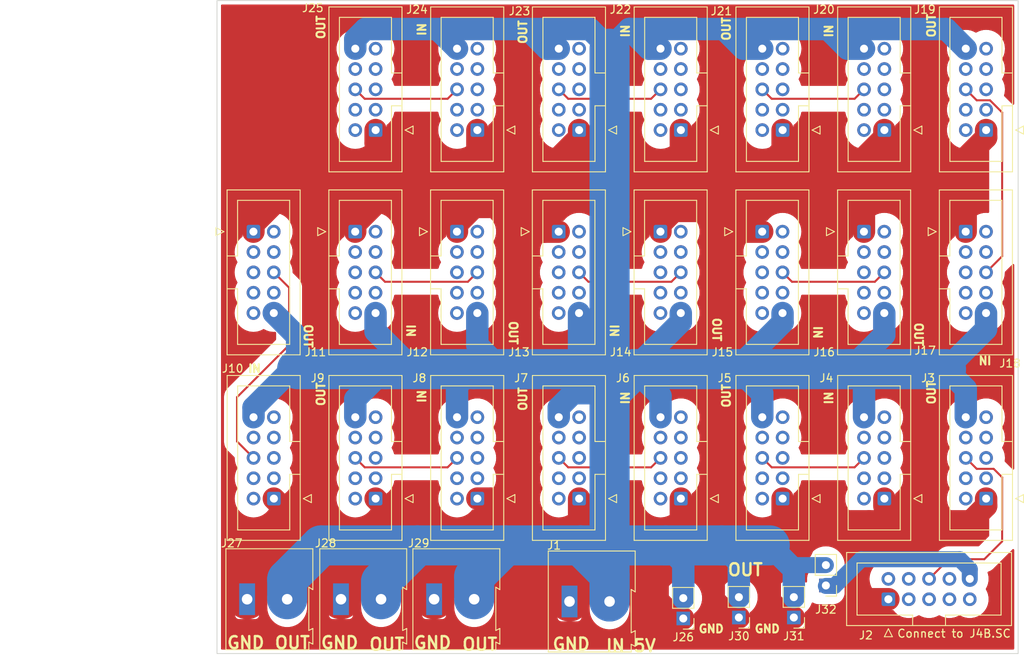
<source format=kicad_pcb>
(kicad_pcb (version 20221018) (generator pcbnew)
  (layers (0 "F.Cu" signal) (31 "B.Cu" signal) (34 "B.Paste" user) (35 "F.Paste" user) (36 "B.SilkS" user "B.Silkscreen") (37 "F.SilkS" user "F.Silkscreen") (38 "B.Mask" user) (39 "F.Mask" user) (44 "Edge.Cuts" user))
  (net 0 "")
  (net 1 "GNDA")
  (net 6 "Net-(J2-Pad6)")
  (net 17 "+5VD")
  (net 22 "Net-(J4-Pad6)")
  (net 37 "Net-(J6-Pad6)")
  (net 52 "Net-(J8-Pad6)")
  (net 67 "Net-(J10-Pad6)")
  (net 82 "Net-(J12-Pad6)")
  (net 97 "Net-(J14-Pad6)")
  (net 112 "Net-(J16-Pad6)")
  (net 127 "Net-(J18-Pad6)")
  (net 142 "Net-(J20-Pad6)")
  (net 157 "Net-(J22-Pad6)")
  (net 172 "Net-(J24-Pad6)")
  (net 183 "+5VA")
  (footprint "Connector_IDC:IDC-Header_2x05_P2.54mm_Vertical" (layer "F.Cu") (at 167.9 102.16 180)
    (fp_text reference "J6")
    (fp_text value "IDC-Header_2x05_P2.54mm_Vertical" hide)
  )
  (footprint "TerminalBlock:TerminalBlock_Altech_AK300-2_P5.00mm" (layer "F.Cu") (at 137.0996 114.72)
    (fp_text reference "J29")
    (fp_text value "Input" hide)
  )
  (footprint "Connector_IDC:IDC-Header_2x05_P2.54mm_Vertical" (layer "F.Cu") (at 193.3 102.16 180)
    (fp_text reference "J4")
    (fp_text value "IDC-Header_2x05_P2.54mm_Vertical" hide)
  )
  (footprint "Connector_IDC:IDC-Header_2x05_P2.54mm_Vertical" (layer "F.Cu") (at 203.45 68.84)
    (fp_text reference "J18")
    (fp_text value "IDC-Header_2x05_P2.54mm_Vertical" hide)
  )
  (footprint "Connector_IDC:IDC-Header_2x05_P2.54mm_Vertical" (layer "F.Cu") (at 155.2 102.16 180)
    (fp_text reference "J7")
    (fp_text value "IDC-Header_2x05_P2.54mm_Vertical" hide)
  )
  (footprint "Connector_PinHeader_2.54mm:PinHeader_1x02_P2.54mm_Vertical" (layer "F.Cu") (at 175.14 117 180)
    (fp_text reference "J30")
    (fp_text value "Input" hide)
  )
  (footprint "Connector_IDC:IDC-Header_2x05_P2.54mm_Vertical" (layer "F.Cu") (at 139.95 68.84)
    (fp_text reference "J13")
    (fp_text value "IDC-Header_2x05_P2.54mm_Vertical" hide)
  )
  (footprint "TerminalBlock:TerminalBlock_Altech_AK300-2_P5.00mm" (layer "F.Cu") (at 154 115)
    (fp_text reference "J1")
    (fp_text value "Input" hide)
  )
  (footprint "Connector_IDC:IDC-Header_2x05_P2.54mm_Vertical" (layer "F.Cu") (at 152.65 68.84)
    (fp_text reference "J14")
    (fp_text value "IDC-Header_2x05_P2.54mm_Vertical" hide)
  )
  (footprint "Connector_IDC:IDC-Header_2x05_P2.54mm_Vertical" (layer "F.Cu") (at 206 102.16 180)
    (fp_text reference "J3")
    (fp_text value "IDC-Header_2x05_P2.54mm_Vertical" hide)
  )
  (footprint "TerminalBlock:TerminalBlock_Altech_AK300-2_P5.00mm" (layer "F.Cu") (at 113.76 114.72)
    (fp_text reference "J27")
    (fp_text value "Output" hide)
  )
  (footprint "Connector_IDC:IDC-Header_2x05_P2.54mm_Vertical" (layer "F.Cu") (at 129.8 102.16 180)
    (fp_text reference "J9")
    (fp_text value "IDC-Header_2x05_P2.54mm_Vertical" hide)
  )
  (footprint "Connector_PinHeader_2.54mm:PinHeader_1x02_P2.54mm_Vertical" (layer "F.Cu") (at 168.2 117.12 180)
    (fp_text reference "J26")
    (fp_text value "Input" hide)
  )
  (footprint "Connector_IDC:IDC-Header_2x05_P2.54mm_Vertical" (layer "F.Cu") (at 190.75 68.84)
    (fp_text reference "J17")
    (fp_text value "IDC-Header_2x05_P2.54mm_Vertical" hide)
  )
  (footprint "Connector_IDC:IDC-Header_2x05_P2.54mm_Vertical" (layer "F.Cu") (at 193.8 114.72 90)
    (fp_text reference "J2")
    (fp_text value "IDC-Header_2x05_P2.54mm_Vertical" hide)
  )
  (footprint "Connector_IDC:IDC-Header_2x05_P2.54mm_Vertical" (layer "F.Cu") (at 117.1 102.16 180)
    (fp_text reference "J10")
    (fp_text value "IDC-Header_2x05_P2.54mm_Vertical" hide)
  )
  (footprint "Connector_IDC:IDC-Header_2x05_P2.54mm_Vertical" (layer "F.Cu") (at 167.9 56.16 180)
    (fp_text reference "J22")
    (fp_text value "IDC-Header_2x05_P2.54mm_Vertical" hide)
  )
  (footprint "Connector_IDC:IDC-Header_2x05_P2.54mm_Vertical" (layer "F.Cu") (at 193.3 56.16 180)
    (fp_text reference "J20")
    (fp_text value "IDC-Header_2x05_P2.54mm_Vertical" hide)
  )
  (footprint "TerminalBlock:TerminalBlock_Altech_AK300-2_P5.00mm" (layer "F.Cu") (at 125.4766 114.719999)
    (fp_text reference "J28")
    (fp_text value "Input" hide)
  )
  (footprint "Connector_IDC:IDC-Header_2x05_P2.54mm_Vertical" (layer "F.Cu") (at 129.8 56.16 180)
    (fp_text reference "J25")
    (fp_text value "IDC-Header_2x05_P2.54mm_Vertical" hide)
  )
  (footprint "Connector_IDC:IDC-Header_2x05_P2.54mm_Vertical" (layer "F.Cu") (at 180.6 102.16 180)
    (fp_text reference "J5")
    (fp_text value "IDC-Header_2x05_P2.54mm_Vertical" hide)
  )
  (footprint "Connector_IDC:IDC-Header_2x05_P2.54mm_Vertical" (layer "F.Cu") (at 206 56.16 180)
    (fp_text reference "J19")
    (fp_text value "IDC-Header_2x05_P2.54mm_Vertical" hide)
  )
  (footprint "Connector_IDC:IDC-Header_2x05_P2.54mm_Vertical" (layer "F.Cu") (at 180.6 56.16 180)
    (fp_text reference "J21")
    (fp_text value "IDC-Header_2x05_P2.54mm_Vertical" hide)
  )
  (footprint "Connector_IDC:IDC-Header_2x05_P2.54mm_Vertical" (layer "F.Cu") (at 155.2 56.16 180)
    (fp_text reference "J23")
    (fp_text value "IDC-Header_2x05_P2.54mm_Vertical" hide)
  )
  (footprint "Connector_IDC:IDC-Header_2x05_P2.54mm_Vertical" (layer "F.Cu") (at 165.35 68.84)
    (fp_text reference "J15")
    (fp_text value "IDC-Header_2x05_P2.54mm_Vertical" hide)
  )
  (footprint "Connector_IDC:IDC-Header_2x05_P2.54mm_Vertical" (layer "F.Cu") (at 142.5 102.16 180)
    (fp_text reference "J8")
    (fp_text value "IDC-Header_2x05_P2.54mm_Vertical" hide)
  )
  (footprint "Connector_IDC:IDC-Header_2x05_P2.54mm_Vertical" (layer "F.Cu") (at 114.55 68.84)
    (fp_text reference "J11")
    (fp_text value "IDC-Header_2x05_P2.54mm_Vertical" hide)
  )
  (footprint "Connector_PinHeader_2.54mm:PinHeader_1x02_P2.54mm_Vertical" (layer "F.Cu") (at 186 113 180)
    (fp_text reference "J32")
    (fp_text value "Disconect")
  )
  (footprint "Connector_IDC:IDC-Header_2x05_P2.54mm_Vertical" (layer "F.Cu") (at 142.5 56.16 180)
    (fp_text reference "J24")
    (fp_text value "IDC-Header_2x05_P2.54mm_Vertical" hide)
  )
  (footprint "Connector_IDC:IDC-Header_2x05_P2.54mm_Vertical" (layer "F.Cu") (at 178.05 68.84)
    (fp_text reference "J16")
    (fp_text value "IDC-Header_2x05_P2.54mm_Vertical" hide)
  )
  (footprint "Connector_IDC:IDC-Header_2x05_P2.54mm_Vertical" (layer "F.Cu") (at 127.25 68.84)
    (fp_text reference "J12")
    (fp_text value "IDC-Header_2x05_P2.54mm_Vertical" hide)
  )
  (footprint "Connector_PinHeader_2.54mm:PinHeader_1x02_P2.54mm_Vertical" (layer "F.Cu") (at 182 117 180)
    (fp_text reference "J31")
    (fp_text value "Input" hide)
  )
  (gr_poly (pts (xy 110 40) (xy 210 40) (xy 210 121.5) (xy 110 121.5)) (stroke (width 0.1)) (fill none) (layer "Edge.Cuts"))
  (gr_text "OUT" (at 148.76 91.32 90) (layer "F.SilkS") (effects (font (size 1 1) (thickness 0.25) bold) (justify left bottom)))
  (gr_text "IN" (at 161.56 44.72 90) (layer "F.SilkS") (effects (font (size 1 1) (thickness 0.25) bold) (justify left bottom)))
  (gr_text "IN" (at 186.96 90.52 90) (layer "F.SilkS") (effects (font (size 1 1) (thickness 0.25) bold) (justify left bottom)))
  (gr_text "OUT" (at 117.06 121.02) (layer "F.SilkS") (effects (font (size 1.5 1.5) (thickness 0.3) bold) (justify left bottom)))
  (gr_text "OUT" (at 196.99 80.08 -90) (layer "F.SilkS") (effects (font (size 1 1) (thickness 0.25) bold) (justify left bottom)))
  (gr_text "OUT" (at 148.76 45.52 90) (layer "F.SilkS") (effects (font (size 1 1) (thickness 0.25) bold) (justify left bottom)))
  (gr_text "GND" (at 111.11 121.02) (layer "F.SilkS") (effects (font (size 1.5 1.5) (thickness 0.3) bold) (justify left bottom)))
  (gr_text "GND" (at 134.4266 121.019999) (layer "F.SilkS") (effects (font (size 1.5 1.5) (thickness 0.3) bold) (justify left bottom)))
  (gr_text "IN" (at 186.96 44.72 90) (layer "F.SilkS") (effects (font (size 1 1) (thickness 0.25) bold) (justify left bottom)))
  (gr_text "GND" (at 170 119) (layer "F.SilkS") (effects (font (size 1 1) (thickness 0.25) bold) (justify left bottom)))
  (gr_text "OUT" (at 199.76 90.52 90) (layer "F.SilkS") (effects (font (size 1 1) (thickness 0.25) bold) (justify left bottom)))
  (gr_text "IN" (at 136.16 90.32 90) (layer "F.SilkS") (effects (font (size 1 1) (thickness 0.25) bold) (justify left bottom)))
  (gr_text "OUT" (at 123.56 44.92 90) (layer "F.SilkS") (effects (font (size 1 1) (thickness 0.25) bold) (justify left bottom)))
  (gr_text "IN" (at 133.59 80.28 -90) (layer "F.SilkS") (effects (font (size 1 1) (thickness 0.25) bold) (justify left bottom)))
  (gr_text "OUT" (at 146.39 79.88 -90) (layer "F.SilkS") (effects (font (size 1 1) (thickness 0.25) bold) (justify left bottom)))
  (gr_text "IN" (at 158.99 80.28 -90) (layer "F.SilkS") (effects (font (size 1 1) (thickness 0.25) bold) (justify left bottom)))
  (gr_text "GND" (at 151.733401 121.200001) (layer "F.SilkS") (effects (font (size 1.5 1.5) (thickness 0.3) bold) (justify left bottom)))
  (gr_text "IN" (at 184.39 80.48 -90) (layer "F.SilkS") (effects (font (size 1 1) (thickness 0.25) bold) (justify left bottom)))
  (gr_text "OUT" (at 140.46 121.22) (layer "F.SilkS") (effects (font (size 1.5 1.5) (thickness 0.3) bold) (justify left bottom)))
  (gr_text "OUT" (at 171.79 79.48 -90) (layer "F.SilkS") (effects (font (size 1 1) (thickness 0.25) bold) (justify left bottom)))
  (gr_text "OUT" (at 120.79 80.28 -90) (layer "F.SilkS") (effects (font (size 1 1) (thickness 0.25) bold) (justify left bottom)))
  (gr_text "IN 5V" (at 158.4 121.4) (layer "F.SilkS") (effects (font (size 1.5 1.5) (thickness 0.3) bold) (justify left bottom)))
  (gr_text "OUT" (at 174.16 90.92 90) (layer "F.SilkS") (effects (font (size 1 1) (thickness 0.25) bold) (justify left bottom)))
  (gr_text "IN" (at 113.76 86.52) (layer "F.SilkS") (effects (font (size 1 1) (thickness 0.25) bold) (justify left bottom)))
  (gr_text "GND" (at 122.8266 121.019999) (layer "F.SilkS") (effects (font (size 1.5 1.5) (thickness 0.3) bold) (justify left bottom)))
  (gr_text "OUT" (at 128.86 121.22) (layer "F.SilkS") (effects (font (size 1.5 1.5) (thickness 0.3) bold) (justify left bottom)))
  (gr_text "OUT" (at 123.56 90.72 90) (layer "F.SilkS") (effects (font (size 1 1) (thickness 0.25) bold) (justify left bottom)))
  (gr_text "OUT" (at 173.6 111.92) (layer "F.SilkS") (effects (font (size 1.5 1.5) (thickness 0.3) bold) (justify left bottom)))
  (gr_text "IN" (at 161.56 90.52 90) (layer "F.SilkS") (effects (font (size 1 1) (thickness 0.25) bold) (justify left bottom)))
  (gr_text "OUT" (at 174.16 45.12 90) (layer "F.SilkS") (effects (font (size 1 1) (thickness 0.25) bold) (justify left bottom)))
  (gr_text "IN" (at 206.79 84.28 180) (layer "F.SilkS") (effects (font (size 1 1) (thickness 0.25) bold) (justify left bottom)))
  (gr_text "OUT" (at 199.76 44.72 90) (layer "F.SilkS") (effects (font (size 1 1) (thickness 0.25) bold) (justify left bottom)))
  (gr_text "IN" (at 136.16 44.52 90) (layer "F.SilkS") (effects (font (size 1 1) (thickness 0.25) bold) (justify left bottom)))
  (gr_text "GND" (at 177 119) (layer "F.SilkS") (effects (font (size 1 1) (thickness 0.25) bold) (justify left bottom)))
  (segment (start 185 105) (end 184 106) (width 2.8) (layer "F.Cu") (net 1))
  (segment (start 147.75 105.75) (end 150 108) (width 5) (layer "F.Cu") (net 1))
  (segment (start 181.075176 117) (end 179 114.924824) (width 2.8) (layer "F.Cu") (net 1))
  (segment (start 155.2 107.55) (end 152.375 110.375) (width 2.8) (layer "F.Cu") (net 1))
  (segment (start 167.9 105.1) (end 165 108) (width 2.8) (layer "F.Cu") (net 1))
  (segment (start 180.6 58.65) (end 176.75 62.5) (width 2.8) (layer "F.Cu") (net 1))
  (segment (start 155.2 56.16) (end 155.2 57.084824) (width 2.8) (layer "F.Cu") (net 1))
  (segment (start 167.9 56.16) (end 167.9 61.15) (width 2.8) (layer "F.Cu") (net 1))
  (segment (start 190 108) (end 190 114) (width 2.8) (layer "F.Cu") (net 1))
  (segment (start 188 106) (end 190 108) (width 2.8) (layer "F.Cu") (net 1))
  (segment (start 206 102.16) (end 206 103.084824) (width 2.8) (layer "F.Cu") (net 1))
  (segment (start 182 117) (end 181.075176 117) (width 2.8) (layer "F.Cu") (net 1))
  (segment (start 206 57.084824) (end 200.584824 62.5) (width 2.8) (layer "F.Cu") (net 1))
  (segment (start 172 108) (end 179 108) (width 5) (layer "F.Cu") (net 1))
  (segment (start 113.76 113.24) (end 113.76 114.72) (width 5) (layer "F.Cu") (net 1))
  (segment (start 144.5 62.5) (end 147.75 65.75) (width 5) (layer "F.Cu") (net 1))
  (segment (start 175.14 117) (end 174.215176 117) (width 2.8) (layer "F.Cu") (net 1))
  (segment (start 167.275176 117.12) (end 165 114.844824) (width 2.8) (layer "F.Cu") (net 1))
  (segment (start 119.965176 62.5) (end 114.55 67.915176) (width 2.8) (layer "F.Cu") (net 1))
  (segment (start 165.35 67.915176) (end 167.015176 66.25) (width 2.8) (layer "F.Cu") (net 1))
  (segment (start 132.665176 62.5) (end 134.5 62.5) (width 2.8) (layer "F.Cu") (net 1))
  (segment (start 134.5 62.5) (end 119.965176 62.5) (width 2.8) (layer "F.Cu") (net 1))
  (segment (start 190.72 114.72) (end 193.8 114.72) (width 2.8) (layer "F.Cu") (net 1))
  (segment (start 180.6 56.16) (end 180.6 58.65) (width 2.8) (layer "F.Cu") (net 1))
  (segment (start 173 107) (end 172 108) (width 5) (layer "F.Cu") (net 1))
  (segment (start 187.884824 62.5) (end 185.75 62.5) (width 2.8) (layer "F.Cu") (net 1))
  (segment (start 150 108) (end 146 108) (width 5) (layer "F.Cu") (net 1))
  (segment (start 188.75 62.5) (end 185.75 62.5) (width 5) (layer "F.Cu") (net 1))
  (segment (start 191.384824 105) (end 185 105) (width 2.8) (layer "F.Cu") (net 1))
  (segment (start 203.45 68.84) (end 203.45 65.7) (width 2.8) (layer "F.Cu") (net 1))
  (segment (start 197.5 62.5) (end 188.75 62.5) (width 5) (layer "F.Cu") (net 1))
  (segment (start 129.8 56.16) (end 129.8 57.8) (width 2.8) (layer "F.Cu") (net 1))
  (segment (start 137.0996 113.511552) (end 142.611152 108) (width 5) (layer "F.Cu") (net 1))
  (segment (start 200.584824 62.5) (end 197.5 62.5) (width 2.8) (layer "F.Cu") (net 1))
  (segment (start 129.8 57.8) (end 134.5 62.5) (width 2.8) (layer "F.Cu") (net 1))
  (segment (start 206 56.16) (end 206 57.084824) (width 2.8) (layer "F.Cu") (net 1))
  (segment (start 146 108) (end 131 108) (width 5) (layer "F.Cu") (net 1))
  (segment (start 190.75 68.84) (end 190.75 64.5) (width 2.8) (layer "F.Cu") (net 1))
  (segment (start 175.16 68.84) (end 173 71) (width 2.8) (layer "F.Cu") (net 1))
  (segment (start 173 66.25) (end 173 71) (width 5) (layer "F.Cu") (net 1))
  (segment (start 154 115) (end 154 112) (width 5) (layer "F.Cu") (net 1))
  (segment (start 142.5 60.5) (end 144.5 62.5) (width 2.8) (layer "F.Cu") (net 1))
  (segment (start 193.3 56.16) (end 193.3 57.084824) (width 2.8) (layer "F.Cu") (net 1))
  (segment (start 142.5 102.16) (end 144.16 102.16) (width 2.8) (layer "F.Cu") (net 1))
  (segment (start 180.6 106.4) (end 179 108) (width 2.8) (layer "F.Cu") (net 1))
  (segment (start 142.611152 108) (end 146 108) (width 5) (layer "F.Cu") (net 1))
  (segment (start 119 108) (end 119 104.06) (width 2.8) (layer "F.Cu") (net 1))
  (segment (start 144.5 62.5) (end 188.75 62.5) (width 5) (layer "F.Cu") (net 1))
  (segment (start 179 114.924824) (end 179 108) (width 2.8) (layer "F.Cu") (net 1))
  (segment (start 131 108) (end 119 108) (width 5) (layer "F.Cu") (net 1))
  (segment (start 142.5 56.16) (end 142.5 60.5) (width 2.8) (layer "F.Cu") (net 1))
  (segment (start 150.84 68.84) (end 147.75 65.75) (width 2.8) (layer "F.Cu") (net 1))
  (segment (start 155.2 57.084824) (end 149.784824 62.5) (width 2.8) (layer "F.Cu") (net 1))
  (segment (start 167.9 61.15) (end 173 66.25) (width 2.8) (layer "F.Cu") (net 1))
  (segment (start 139.95 67.915176) (end 142.115176 65.75) (width 2.8) (layer "F.Cu") (net 1))
  (segment (start 193.3 57.084824) (end 187.884824 62.5) (width 2.8) (layer "F.Cu") (net 1))
  (segment (start 130 108) (end 131 108) (width 5) (layer "F.Cu") (net 1))
  (segment (start 144.16 102.16) (end 150 108) (width 2.8) (layer "F.Cu") (net 1))
  (segment (start 119 104.06) (end 117.1 102.16) (width 2.8) (layer "F.Cu") (net 1))
  (segment (start 204.084824 105) (end 191.384824 105) (width 2.8) (layer "F.Cu") (net 1))
  (segment (start 134.5 62.5) (end 144.5 62.5) (width 5) (layer "F.Cu") (net 1))
  (segment (start 178.05 68.84) (end 175.16 68.84) (width 2.8) (layer "F.Cu") (net 1))
  (segment (start 127.25 68.84) (end 127.25 67.915176) (width 2.8) (layer "F.Cu") (net 1))
  (segment (start 173 71) (end 173 107) (width 5) (layer "F.Cu") (net 1))
  (segment (start 125.4766 114.719999) (end 125.4766 112.5234) (width 5) (layer "F.Cu") (net 1))
  (segment (start 174.215176 117) (end 172 114.784824) (width 2.8) (layer "F.Cu") (net 1))
  (segment (start 154 112) (end 152.375 110.375) (width 5) (layer "F.Cu") (net 1))
  (segment (start 137.0996 114.72) (end 137.0996 113.511552) (width 5) (layer "F.Cu") (net 1))
  (segment (start 167.9 102.16) (end 167.9 105.1) (width 2.8) (layer "F.Cu") (net 1))
  (segment (start 152.375 110.375) (end 150 108) (width 5) (layer "F.Cu") (net 1))
  (segment (start 203.45 65.7) (end 200.25 62.5) (width 2.8) (layer "F.Cu") (net 1))
  (segment (start 176.75 62.5) (end 173 66.25) (width 5) (layer "F.Cu") (net 1))
  (segment (start 152.65 68.84) (end 150.84 68.84) (width 2.8) (layer "F.Cu") (net 1))
  (segment (start 147.75 65.75) (end 147.75 105.75) (width 5) (layer "F.Cu") (net 1))
  (segment (start 149.784824 62.5) (end 144.5 62.5) (width 2.8) (layer "F.Cu") (net 1))
  (segment (start 190.75 64.5) (end 188.75 62.5) (width 2.8) (layer "F.Cu") (net 1))
  (segment (start 190 114) (end 190.72 114.72) (width 2.8) (layer "F.Cu") (net 1))
  (segment (start 165 108) (end 172 108) (width 5) (layer "F.Cu") (net 1))
  (segment (start 206 103.084824) (end 204.084824 105) (width 2.8) (layer "F.Cu") (net 1))
  (segment (start 139.95 68.84) (end 139.95 67.915176) (width 2.8) (layer "F.Cu") (net 1))
  (segment (start 193.3 102.16) (end 193.3 103.084824) (width 2.8) (layer "F.Cu") (net 1))
  (segment (start 184 106) (end 188 106) (width 2.8) (layer "F.Cu") (net 1))
  (segment (start 185.75 62.5) (end 176.75 62.5) (width 5) (layer "F.Cu") (net 1))
  (segment (start 131 108) (end 131 103.36) (width 2.8) (layer "F.Cu") (net 1))
  (segment (start 119 108) (end 113.76 113.24) (width 5) (layer "F.Cu") (net 1))
  (segment (start 167.015176 66.25) (end 173 66.25) (width 2.8) (layer "F.Cu") (net 1))
  (segment (start 114.55 67.915176) (end 114.55 68.84) (width 2.8) (layer "F.Cu") (net 1))
  (segment (start 131 103.36) (end 129.8 102.16) (width 2.8) (layer "F.Cu") (net 1))
  (segment (start 179 108) (end 182 108) (width 5) (layer "F.Cu") (net 1))
  (segment (start 165 114.844824) (end 165 108) (width 2.8) (layer "F.Cu") (net 1))
  (segment (start 155.2 102.16) (end 155.2 107.55) (width 2.8) (layer "F.Cu") (net 1))
  (segment (start 142.115176 65.75) (end 147.75 65.75) (width 2.8) (layer "F.Cu") (net 1))
  (segment (start 180.6 102.16) (end 180.6 106.4) (width 2.8) (layer "F.Cu") (net 1))
  (segment (start 184 106) (end 182 108) (width 2.8) (layer "F.Cu") (net 1))
  (segment (start 125.4766 112.5234) (end 130 108) (width 5) (layer "F.Cu") (net 1))
  (segment (start 172 114.784824) (end 172 108) (width 2.8) (layer "F.Cu") (net 1))
  (segment (start 168.2 117.12) (end 167.275176 117.12) (width 2.8) (layer "F.Cu") (net 1))
  (segment (start 150 108) (end 165 108) (width 5) (layer "F.Cu") (net 1))
  (segment (start 127.25 67.915176) (end 132.665176 62.5) (width 2.8) (layer "F.Cu") (net 1))
  (segment (start 200.25 62.5) (end 197.5 62.5) (width 5) (layer "F.Cu") (net 1))
  (segment (start 165.35 68.84) (end 165.35 67.915176) (width 2.8) (layer "F.Cu") (net 1))
  (segment (start 201.335499 109.724501) (end 205.775499 109.724501) (width 0.25) (layer "F.Cu") (net 6))
  (segment (start 208 99.5) (end 206.945 98.445) (width 0.25) (layer "F.Cu") (net 6))
  (segment (start 198.88 112.18) (end 201.335499 109.724501) (width 0.25) (layer "F.Cu") (net 6))
  (segment (start 206.945 98.445) (end 204.825 98.445) (width 0.25) (layer "F.Cu") (net 6))
  (segment (start 208 107.5) (end 208 99.5) (width 0.25) (layer "F.Cu") (net 6))
  (segment (start 204.825 98.445) (end 203.46 97.08) (width 0.25) (layer "F.Cu") (net 6))
  (segment (start 205.775499 109.724501) (end 208 107.5) (width 0.25) (layer "F.Cu") (net 6))
  (segment (start 152.66 46) (end 151.2 46) (width 2.8) (layer "B.Cu") (net 17))
  (segment (start 180.59 80.202081) (end 174.792081 86) (width 2.8) (layer "B.Cu") (net 17))
  (segment (start 165.36 46) (end 163.9 46) (width 2.8) (layer "B.Cu") (net 17))
  (segment (start 163.9 46) (end 161.45 43.55) (width 2.8) (layer "B.Cu") (net 17))
  (segment (start 165.36 89.36) (end 162 86) (width 2.8) (layer "B.Cu") (net 17))
  (segment (start 131 86) (end 120 86) (width 5) (layer "B.Cu") (net 17))
  (segment (start 139.96 92) (end 139.96 88.04) (width 2.8) (layer "B.Cu") (net 17))
  (segment (start 142.0996 114.72) (end 142.0996 111.9004) (width 5) (layer "B.Cu") (net 17))
  (segment (start 155.19 79) (end 155.19 85.19) (width 2.8) (layer "B.Cu") (net 17))
  (segment (start 128.507919 43.55) (end 138 43.55) (width 2.8) (layer "B.Cu") (net 17))
  (segment (start 203.46 92) (end 203.46 88.46) (width 2.8) (layer "B.Cu") (net 17))
  (segment (start 138 43.55) (end 148.75 43.55) (width 2.8) (layer "B.Cu") (net 17))
  (segment (start 165.36 92) (end 165.36 89.36) (width 2.8) (layer "B.Cu") (net 17))
  (segment (start 114.56 92) (end 114.56 90.797919) (width 2.8) (layer "B.Cu") (net 17))
  (segment (start 123 108) (end 118.76 112.24) (width 5) (layer "B.Cu") (net 17))
  (segment (start 168.2 110.2) (end 166 108) (width 2.8) (layer "B.Cu") (net 17))
  (segment (start 118.76 112.24) (end 118.76 114.72) (width 5) (layer "B.Cu") (net 17))
  (segment (start 114.56 90.797919) (end 119.357919 86) (width 2.8) (layer "B.Cu") (net 17))
  (segment (start 151.2 46) (end 148.75 43.55) (width 2.8) (layer "B.Cu") (net 17))
  (segment (start 166 108) (end 173 108) (width 5) (layer "B.Cu") (net 17))
  (segment (start 130.4766 114.719999) (end 130.4766 112.5234) (width 5) (layer "B.Cu") (net 17))
  (segment (start 142.49 82.99) (end 145.5 86) (width 2.8) (layer "B.Cu") (net 17))
  (segment (start 175.14 114.46) (end 175.14 110.14) (width 2.8) (layer "B.Cu") (net 17))
  (segment (start 188.7 46) (end 186.25 43.55) (width 2.8) (layer "B.Cu") (net 17))
  (segment (start 120 81.91) (end 117.09 79) (width 2.8) (layer "B.Cu") (net 17))
  (segment (start 159 89) (end 156 86) (width 5) (layer "B.Cu") (net 17))
  (segment (start 175.7 46) (end 173.25 43.55) (width 2.8) (layer "B.Cu") (net 17))
  (segment (start 145.5 86) (end 142 86) (width 5) (layer "B.Cu") (net 17))
  (segment (start 186.25 43.55) (end 173.25 43.55) (width 2.8) (layer "B.Cu") (net 17))
  (segment (start 159 89) (end 162 86) (width 5) (layer "B.Cu") (net 17))
  (segment (start 127.26 92) (end 127.26 89.74) (width 2.8) (layer "B.Cu") (net 17))
  (segment (start 180.59 79) (end 180.59 80.202081) (width 2.8) (layer "B.Cu") (net 17))
  (segment (start 167.89 79) (end 167.89 80.11) (width 2.8) (layer "B.Cu") (net 17))
  (segment (start 190.76 46) (end 188.7 46) (width 2.8) (layer "B.Cu") (net 17))
  (segment (start 162 86) (end 171.25 86) (width 5) (layer "B.Cu") (net 17))
  (segment (start 173.25 43.55) (end 161.45 43.55) (width 2.8) (layer "B.Cu") (net 17))
  (segment (start 135 108) (end 123 108) (width 5) (layer "B.Cu") (net 17))
  (segment (start 203.46 88.46) (end 201 86) (width 2.8) (layer "B.Cu") (net 17))
  (segment (start 155.37 108) (end 166 108) (width 5) (layer "B.Cu") (net 17))
  (segment (start 155.19 85.19) (end 156 86) (width 2.8) (layer "B.Cu") (net 17))
  (segment (start 142 86) (end 134.5 86) (width 5) (layer "B.Cu") (net 17))
  (segment (start 155.37 108) (end 146 108) (width 5) (layer "B.Cu") (net 17))
  (segment (start 138 44.04) (end 138 43.55) (width 2.8) (layer "B.Cu") (net 17))
  (segment (start 161.45 43.55) (end 159 46) (width 2.8) (layer "B.Cu") (net 17))
  (segment (start 168.2 114.58) (end 168.2 110.2) (width 2.8) (layer "B.Cu") (net 17))
  (segment (start 139.96 88.04) (end 142 86) (width 2.8) (layer "B.Cu") (net 17))
  (segment (start 159 111.63) (end 155.37 108) (width 5) (layer "B.Cu") (net 17))
  (segment (start 201.01 43.55) (end 186.25 43.55) (width 2.8) (layer "B.Cu") (net 17))
  (segment (start 159 67) (end 159 46) (width 5) (layer "B.Cu") (net 17))
  (segment (start 152.66 92) (end 152.66 90.797919) (width 2.8) (layer "B.Cu") (net 17))
  (segment (start 127.26 89.74) (end 131 86) (width 2.8) (layer "B.Cu") (net 17))
  (segment (start 130.4766 112.5234) (end 135 108) (width 5) (layer "B.Cu") (net 17))
  (segment (start 193.29 79) (end 193.29 81.71) (width 2.8) (layer "B.Cu") (net 17))
  (segment (start 152.66 90.797919) (end 154.457919 89) (width 2.8) (layer "B.Cu") (net 17))
  (segment (start 148.75 43.55) (end 156.55 43.55) (width 2.8) (layer "B.Cu") (net 17))
  (segment (start 178.06 46) (end 175.7 46) (width 2.8) (layer "B.Cu") (net 17))
  (segment (start 146 108) (end 135 108) (width 5) (layer "B.Cu") (net 17))
  (segment (start 156.55 43.55) (end 159 46) (width 2.8) (layer "B.Cu") (net 17))
  (segment (start 175 86) (end 189 86) (width 5) (layer "B.Cu") (net 17))
  (segment (start 159 89) (end 159 67) (width 5) (layer "B.Cu") (net 17))
  (segment (start 182 114.46) (end 182 111) (width 2.8) (layer "B.Cu") (net 17))
  (segment (start 182 111) (end 179 108) (width 2.8) (layer "B.Cu") (net 17))
  (segment (start 186 110.46) (end 181.46 110.46) (width 2) (layer "B.Cu") (net 17))
  (segment (start 159 115) (end 159 89) (width 5) (layer "B.Cu") (net 17))
  (segment (start 205.99 81.01) (end 201 86) (width 2.8) (layer "B.Cu") (net 17))
  (segment (start 178.06 92) (end 178.06 89.06) (width 2.8) (layer "B.Cu") (net 17))
  (segment (start 178.06 89.06) (end 175 86) (width 2.8) (layer "B.Cu") (net 17))
  (segment (start 189 86) (end 201 86) (width 5) (layer "B.Cu") (net 17))
  (segment (start 181.46 110.46) (end 179 108) (width 2.8) (layer "B.Cu") (net 17))
  (segment (start 203.46 46) (end 201.01 43.55) (width 2.8) (layer "B.Cu") (net 17))
  (segment (start 134.5 86) (end 131 86) (width 5) (layer "B.Cu") (net 17))
  (segment (start 190.76 87.76) (end 189 86) (width 2.8) (layer "B.Cu") (net 17))
  (segment (start 175.14 110.14) (end 173 108) (width 2.8) (layer "B.Cu") (net 17))
  (segment (start 171.25 86) (end 175 86) (width 5) (layer "B.Cu") (net 17))
  (segment (start 139.96 46) (end 138 44.04) (width 2.8) (layer "B.Cu") (net 17))
  (segment (start 127.26 44.797919) (end 128.507919 43.55) (width 2.8) (layer "B.Cu") (net 17))
  (segment (start 154.457919 89) (end 159 89) (width 2.8) (layer "B.Cu") (net 17))
  (segment (start 119.357919 86) (end 120 86) (width 2.8) (layer "B.Cu") (net 17))
  (segment (start 142.49 79) (end 142.49 82.99) (width 2.8) (layer "B.Cu") (net 17))
  (segment (start 205.99 79) (end 205.99 81.01) (width 2.8) (layer "B.Cu") (net 17))
  (segment (start 159 115) (end 159 111.63) (width 5) (layer "B.Cu") (net 17))
  (segment (start 127.26 46) (end 127.26 44.797919) (width 2.8) (layer "B.Cu") (net 17))
  (segment (start 129.79 81.29) (end 134.5 86) (width 2.8) (layer "B.Cu") (net 17))
  (segment (start 142.0996 111.9004) (end 146 108) (width 5) (layer "B.Cu") (net 17))
  (segment (start 193.29 81.71) (end 189 86) (width 2.8) (layer "B.Cu") (net 17))
  (segment (start 156 86) (end 145.5 86) (width 5) (layer "B.Cu") (net 17))
  (segment (start 120 86) (end 120 81.91) (width 2.8) (layer "B.Cu") (net 17))
  (segment (start 173 108) (end 179 108) (width 5) (layer "B.Cu") (net 17))
  (segment (start 167.89 80.11) (end 162 86) (width 2.8) (layer "B.Cu") (net 17))
  (segment (start 190.76 92) (end 190.76 87.76) (width 2.8) (layer "B.Cu") (net 17))
  (segment (start 129.79 79) (end 129.79 81.29) (width 2.8) (layer "B.Cu") (net 17))
  (segment (start 174.792081 86) (end 171.25 86) (width 2.8) (layer "B.Cu") (net 17))
  (segment (start 189.585 98.255) (end 179.235 98.255) (width 0.25) (layer "F.Cu") (net 22))
  (segment (start 179.235 98.255) (end 178.06 97.08) (width 0.25) (layer "F.Cu") (net 22))
  (segment (start 190.76 97.08) (end 189.585 98.255) (width 0.25) (layer "F.Cu") (net 22))
  (segment (start 153.835 98.255) (end 152.66 97.08) (width 0.25) (layer "F.Cu") (net 37))
  (segment (start 164.185 98.255) (end 153.835 98.255) (width 0.25) (layer "F.Cu") (net 37))
  (segment (start 165.36 97.08) (end 164.185 98.255) (width 0.25) (layer "F.Cu") (net 37))
  (segment (start 128.435 98.255) (end 127.26 97.08) (width 0.25) (layer "F.Cu") (net 52))
  (segment (start 138.785 98.255) (end 128.435 98.255) (width 0.25) (layer "F.Cu") (net 52))
  (segment (start 139.96 97.08) (end 138.785 98.255) (width 0.25) (layer "F.Cu") (net 52))
  (segment (start 119 75.83) (end 117.09 73.92) (width 0.25) (layer "F.Cu") (net 67))
  (segment (start 114.56 97.08) (end 112.5 95.02) (width 0.25) (layer "F.Cu") (net 67))
  (segment (start 112.5 89.5) (end 119 83) (width 0.25) (layer "F.Cu") (net 67))
  (segment (start 119 83) (end 119 75.83) (width 0.25) (layer "F.Cu") (net 67))
  (segment (start 112.5 95.02) (end 112.5 89.5) (width 0.25) (layer "F.Cu") (net 67))
  (segment (start 141.315 75.095) (end 142.49 73.92) (width 0.25) (layer "F.Cu") (net 82))
  (segment (start 129.79 73.92) (end 130.965 75.095) (width 0.25) (layer "F.Cu") (net 82))
  (segment (start 130.965 75.095) (end 141.315 75.095) (width 0.25) (layer "F.Cu") (net 82))
  (segment (start 166.715 75.095) (end 167.89 73.92) (width 0.25) (layer "F.Cu") (net 97))
  (segment (start 155.19 73.92) (end 156.365 75.095) (width 0.25) (layer "F.Cu") (net 97))
  (segment (start 156.365 75.095) (end 166.715 75.095) (width 0.25) (layer "F.Cu") (net 97))
  (segment (start 192.115 75.095) (end 193.29 73.92) (width 0.25) (layer "F.Cu") (net 112))
  (segment (start 180.59 73.92) (end 181.765 75.095) (width 0.25) (layer "F.Cu") (net 112))
  (segment (start 181.765 75.095) (end 192.115 75.095) (width 0.25) (layer "F.Cu") (net 112))
  (segment (start 208 53.958299) (end 206.486701 52.445) (width 0.25) (layer "F.Cu") (net 127))
  (segment (start 208 71.91) (end 208 53.958299) (width 0.25) (layer "F.Cu") (net 127))
  (segment (start 204.825 52.445) (end 203.46 51.08) (width 0.25) (layer "F.Cu") (net 127))
  (segment (start 206.486701 52.445) (end 204.825 52.445) (width 0.25) (layer "F.Cu") (net 127))
  (segment (start 205.99 73.92) (end 208 71.91) (width 0.25) (layer "F.Cu") (net 127))
  (segment (start 179.235 52.255) (end 178.06 51.08) (width 0.25) (layer "F.Cu") (net 142))
  (segment (start 189.585 52.255) (end 179.235 52.255) (width 0.25) (layer "F.Cu") (net 142))
  (segment (start 190.76 51.08) (end 189.585 52.255) (width 0.25) (layer "F.Cu") (net 142))
  (segment (start 153.835 52.255) (end 152.66 51.08) (width 0.25) (layer "F.Cu") (net 157))
  (segment (start 165.36 51.08) (end 164.185 52.255) (width 0.25) (layer "F.Cu") (net 157))
  (segment (start 164.185 52.255) (end 153.835 52.255) (width 0.25) (layer "F.Cu") (net 157))
  (segment (start 138.785 52.255) (end 128.435 52.255) (width 0.25) (layer "F.Cu") (net 172))
  (segment (start 128.435 52.255) (end 127.26 51.08) (width 0.25) (layer "F.Cu") (net 172))
  (segment (start 139.96 51.08) (end 138.785 52.255) (width 0.25) (layer "F.Cu") (net 172))
  (segment (start 187.076955 113.06) (end 186 113.06) (width 2) (layer "B.Cu") (net 183))
  (segment (start 203.96 112.18) (end 203.96 110.977919) (width 2) (layer "B.Cu") (net 183))
  (segment (start 203.96 110.977919) (end 202.712081 109.73) (width 2) (layer "B.Cu") (net 183))
  (segment (start 190.406955 109.73) (end 187.076955 113.06) (width 2) (layer "B.Cu") (net 183))
  (segment (start 202.712081 109.73) (end 190.406955 109.73) (width 2) (layer "B.Cu") (net 183))
  (zone (net 1) (net_name "GNDA") (layer "F.Cu") (connect_pads (clearance 1.5)) (min_thickness 0.254) (fill yes (thermal_gap 0.508) (thermal_bridge_width 0.508))
    (polygon (pts (xy 209.5 121) (xy 110.5 121) (xy 110.5 40.5) (xy 209.5 40.5)))
  )
  (zone (net 1) (net_name "GNDA") (layer "F.Cu") (connect_pads (clearance 1.5)) (min_thickness 0.254) (fill yes (thermal_gap 0.508) (thermal_bridge_width 0.508))
    (polygon (pts (xy 209.5 121) (xy 110.5 121) (xy 110.5 40.5) (xy 209.5 40.5)))
  )
)
</source>
